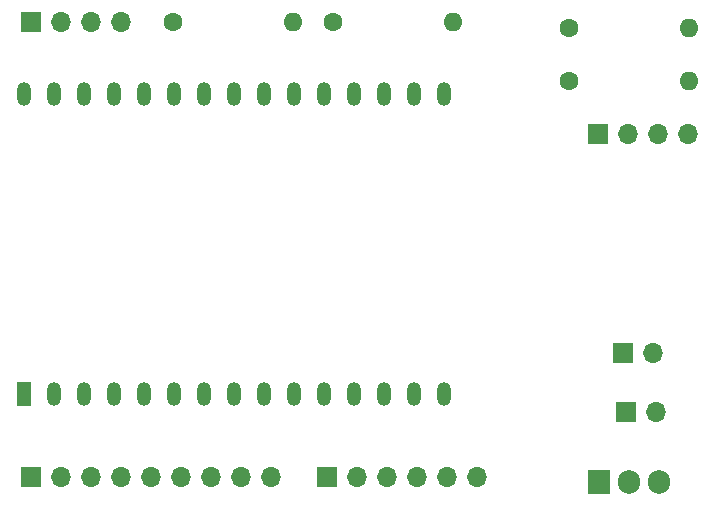
<source format=gbr>
%TF.GenerationSoftware,KiCad,Pcbnew,7.0.9*%
%TF.CreationDate,2024-01-04T21:37:17-05:00*%
%TF.ProjectId,PedalboardBrain,50656461-6c62-46f6-9172-64427261696e,rev?*%
%TF.SameCoordinates,Original*%
%TF.FileFunction,Soldermask,Bot*%
%TF.FilePolarity,Negative*%
%FSLAX46Y46*%
G04 Gerber Fmt 4.6, Leading zero omitted, Abs format (unit mm)*
G04 Created by KiCad (PCBNEW 7.0.9) date 2024-01-04 21:37:17*
%MOMM*%
%LPD*%
G01*
G04 APERTURE LIST*
%ADD10R,1.200000X2.000000*%
%ADD11O,1.200000X2.000000*%
%ADD12R,1.700000X1.700000*%
%ADD13O,1.700000X1.700000*%
%ADD14C,1.600000*%
%ADD15O,1.600000X1.600000*%
%ADD16R,1.905000X2.000000*%
%ADD17O,1.905000X2.000000*%
G04 APERTURE END LIST*
D10*
%TO.C,U1*%
X92305000Y-60948120D03*
D11*
X127865000Y-35548120D03*
X125325000Y-35548120D03*
X122785000Y-35548120D03*
X120245000Y-35548120D03*
X117705000Y-35548120D03*
X115165000Y-35548120D03*
X112625000Y-35548120D03*
X110085000Y-35548120D03*
X107545000Y-35548120D03*
X105005000Y-35548120D03*
X102465000Y-35548120D03*
X99925000Y-35548120D03*
X97385000Y-35548120D03*
X99925000Y-60948120D03*
X92305000Y-35548120D03*
X97385000Y-60948120D03*
X102465000Y-60948120D03*
X105005000Y-60948120D03*
X107545000Y-60948120D03*
X110085000Y-60948120D03*
X112625000Y-60948120D03*
X115165000Y-60948120D03*
X94845000Y-60948120D03*
X117705000Y-60948120D03*
X122785000Y-60948120D03*
X120245000Y-60948120D03*
X125325000Y-60948120D03*
X127865000Y-60948120D03*
X94845000Y-35548120D03*
%TD*%
D12*
%TO.C,J1*%
X92880000Y-68000000D03*
D13*
X95420000Y-68000000D03*
X97960000Y-68000000D03*
X100500000Y-68000000D03*
X103040000Y-68000000D03*
X105580000Y-68000000D03*
X108120000Y-68000000D03*
X110660000Y-68000000D03*
X113200000Y-68000000D03*
%TD*%
D14*
%TO.C,R36*%
X138420000Y-34500000D03*
D15*
X148580000Y-34500000D03*
%TD*%
D12*
%TO.C,J3*%
X143000000Y-57500000D03*
D13*
X145540000Y-57500000D03*
%TD*%
D14*
%TO.C,R39*%
X138420000Y-30000000D03*
D15*
X148580000Y-30000000D03*
%TD*%
D12*
%TO.C,J6*%
X140880000Y-39000000D03*
D13*
X143420000Y-39000000D03*
X145960000Y-39000000D03*
X148500000Y-39000000D03*
%TD*%
D14*
%TO.C,R35*%
X104920000Y-29500000D03*
D15*
X115080000Y-29500000D03*
%TD*%
D14*
%TO.C,R34*%
X118420000Y-29500000D03*
D15*
X128580000Y-29500000D03*
%TD*%
D16*
%TO.C,U2*%
X140960000Y-68445000D03*
D17*
X143500000Y-68445000D03*
X146040000Y-68445000D03*
%TD*%
D12*
%TO.C,J2*%
X117960000Y-68000000D03*
D13*
X120500000Y-68000000D03*
X123040000Y-68000000D03*
X125580000Y-68000000D03*
X128120000Y-68000000D03*
X130660000Y-68000000D03*
%TD*%
D12*
%TO.C,J5*%
X143225000Y-62500000D03*
D13*
X145765000Y-62500000D03*
%TD*%
D12*
%TO.C,J4*%
X92920000Y-29500000D03*
D13*
X95460000Y-29500000D03*
X98000000Y-29500000D03*
X100540000Y-29500000D03*
%TD*%
M02*

</source>
